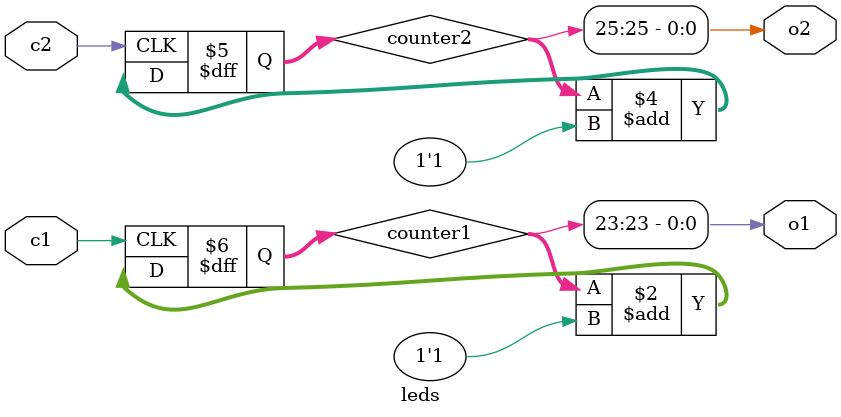
<source format=v>
`default_nettype none

module leds(c1, c2, o1, o2);

    input       c1, c2;
    output      o1, o2;

    reg [23:0]  counter1;
    reg [25:0]  counter2;

    always @(posedge c1)
        counter1 <= counter1 + 1'b1;

    always @(posedge c2)
        counter2 <= counter2 + 1'b1;

    assign o1 = counter1[23];
    assign o2 = counter2[25];

endmodule

</source>
